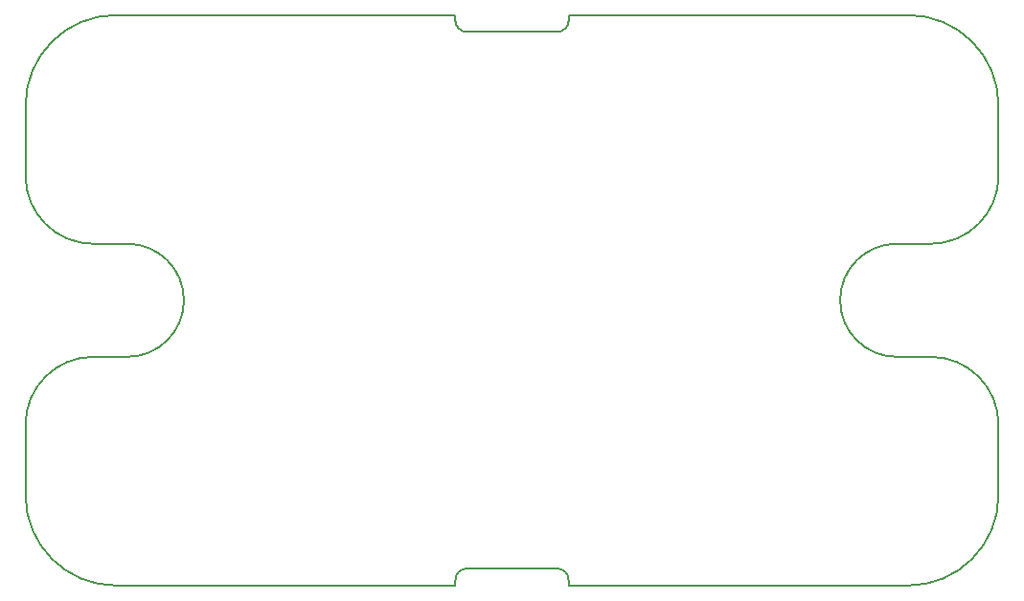
<source format=gbr>
G04 #@! TF.GenerationSoftware,KiCad,Pcbnew,(5.1.0-1275-gdad8c9821)*
G04 #@! TF.CreationDate,2019-07-24T10:58:07+03:00*
G04 #@! TF.ProjectId,UBD,5542442e-6b69-4636-9164-5f7063625858,rev?*
G04 #@! TF.SameCoordinates,Original*
G04 #@! TF.FileFunction,Profile,NP*
%FSLAX46Y46*%
G04 Gerber Fmt 4.6, Leading zero omitted, Abs format (unit mm)*
G04 Created by KiCad (PCBNEW (5.1.0-1275-gdad8c9821)) date 2019-07-24 10:58:07*
%MOMM*%
%LPD*%
G04 APERTURE LIST*
%ADD10C,0.200000*%
G04 APERTURE END LIST*
D10*
X98689320Y-22267360D02*
X98689320Y-28505360D01*
X59689320Y-63238000D02*
G75*
G02X60689320Y-64238000I0J-1000000D01*
G01*
X50689320Y-64238000D02*
G75*
G02X51689320Y-63238000I1000000J0D01*
G01*
X60689320Y-14762000D02*
G75*
G02X59689320Y-15762000I-1000000J0D01*
G01*
X51689320Y-15762000D02*
G75*
G02X50689320Y-14762000I0J1000000D01*
G01*
X98689320Y-50505360D02*
X98689319Y-56743361D01*
X20689320Y-14267360D02*
X50689320Y-14267360D01*
X60689320Y-14267360D02*
X60689320Y-14762000D01*
X50689320Y-14267360D02*
X50689320Y-14762000D01*
X59689320Y-15762000D02*
X51689320Y-15762000D01*
X60689320Y-14267360D02*
X90689320Y-14267360D01*
X20689320Y-64743360D02*
X50689320Y-64743360D01*
X60689320Y-64238000D02*
X60689320Y-64743360D01*
X50689320Y-64238000D02*
X50689320Y-64743360D01*
X59689320Y-63238000D02*
X51689320Y-63238000D01*
X60689320Y-64743360D02*
X90689320Y-64743360D01*
X89689320Y-44505360D02*
X92689320Y-44505360D01*
X92689320Y-34505360D02*
X89689320Y-34505360D01*
X12689320Y-28505360D02*
X12689320Y-22267360D01*
X12689320Y-56743360D02*
X12689320Y-50505360D01*
X21689320Y-34505360D02*
G75*
G02X21689320Y-44505360I0J-5000000D01*
G01*
X89689320Y-44505360D02*
G75*
G02X89689320Y-34505360I0J5000000D01*
G01*
X92689320Y-44505360D02*
G75*
G02X98689320Y-50505360I0J-6000000D01*
G01*
X98689320Y-28505360D02*
G75*
G02X92689320Y-34505360I-6000000J0D01*
G01*
X12689320Y-22267360D02*
G75*
G02X20689320Y-14267360I8000000J0D01*
G01*
X20689320Y-64743360D02*
G75*
G02X12689320Y-56743360I0J8000000D01*
G01*
X98689319Y-56743361D02*
G75*
G02X90689320Y-64743360I-7999999J0D01*
G01*
X90689320Y-14267360D02*
G75*
G02X98689320Y-22267360I0J-8000000D01*
G01*
X18689320Y-34505360D02*
G75*
G02X12689320Y-28505360I0J6000000D01*
G01*
X18689320Y-44505360D02*
X21689320Y-44505360D01*
X18689320Y-34505360D02*
X21689320Y-34505360D01*
X12689320Y-50505360D02*
G75*
G02X18689320Y-44505360I6000000J0D01*
G01*
M02*

</source>
